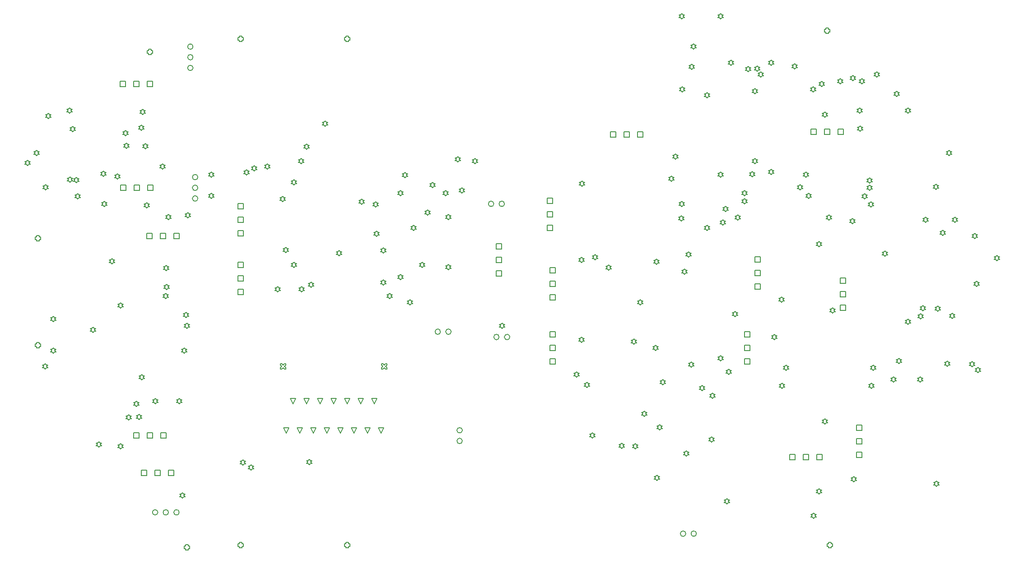
<source format=gbr>
G04*
G04 #@! TF.GenerationSoftware,Altium Limited,Altium Designer,23.9.2 (47)*
G04*
G04 Layer_Color=2752767*
%FSLAX44Y44*%
%MOMM*%
G71*
G04*
G04 #@! TF.SameCoordinates,DC7A7723-1311-43B5-9009-1713E082842B*
G04*
G04*
G04 #@! TF.FilePolarity,Positive*
G04*
G01*
G75*
%ADD74C,0.1693*%
%ADD75C,0.1270*%
D74*
X-424920Y136000D02*
G03*
X-424920Y136000I-5080J0D01*
G01*
X-404920D02*
G03*
X-404920Y136000I-5080J0D01*
G01*
X-384920D02*
G03*
X-384920Y136000I-5080J0D01*
G01*
X-349920Y765000D02*
G03*
X-349920Y765000I-5080J0D01*
G01*
Y745000D02*
G03*
X-349920Y745000I-5080J0D01*
G01*
Y725000D02*
G03*
X-349920Y725000I-5080J0D01*
G01*
X146080Y270000D02*
G03*
X146080Y270000I-5080J0D01*
G01*
Y290000D02*
G03*
X146080Y290000I-5080J0D01*
G01*
X205080Y715000D02*
G03*
X205080Y715000I-5080J0D01*
G01*
X225080D02*
G03*
X225080Y715000I-5080J0D01*
G01*
X215080Y465000D02*
G03*
X215080Y465000I-5080J0D01*
G01*
X235080D02*
G03*
X235080Y465000I-5080J0D01*
G01*
X125080Y475000D02*
G03*
X125080Y475000I-5080J0D01*
G01*
X105080D02*
G03*
X105080Y475000I-5080J0D01*
G01*
X565080Y96000D02*
G03*
X565080Y96000I-5080J0D01*
G01*
X585080D02*
G03*
X585080Y96000I-5080J0D01*
G01*
X-358920Y970000D02*
G03*
X-358920Y970000I-5080J0D01*
G01*
Y990000D02*
G03*
X-358920Y990000I-5080J0D01*
G01*
Y1010000D02*
G03*
X-358920Y1010000I-5080J0D01*
G01*
D75*
X-195080Y404920D02*
X-192540D01*
X-190000Y407460D01*
X-187460Y404920D01*
X-184920D01*
Y407460D01*
X-187460Y410000D01*
X-184920Y412540D01*
Y415080D01*
X-187460D01*
X-190000Y412540D01*
X-192540Y415080D01*
X-195080D01*
Y412540D01*
X-192540Y410000D01*
X-195080Y407460D01*
Y404920D01*
X-5080D02*
X-2540D01*
X0Y407460D01*
X2540Y404920D01*
X5080D01*
Y407460D01*
X2540Y410000D01*
X5080Y412540D01*
Y415080D01*
X2540D01*
X0Y412540D01*
X-2540Y415080D01*
X-5080D01*
Y412540D01*
X-2540Y410000D01*
X-5080Y407460D01*
Y404920D01*
X-652540Y647460D02*
Y644920D01*
X-647460D01*
Y647460D01*
X-644920D01*
Y652540D01*
X-647460D01*
Y655080D01*
X-652540D01*
Y652540D01*
X-655080D01*
Y647460D01*
X-652540D01*
Y447460D02*
Y444920D01*
X-647460D01*
Y447460D01*
X-644920D01*
Y452540D01*
X-647460D01*
Y455080D01*
X-652540D01*
Y452540D01*
X-655080D01*
Y447460D01*
X-652540D01*
X-72540Y1022460D02*
Y1019920D01*
X-67460D01*
Y1022460D01*
X-64920D01*
Y1027540D01*
X-67460D01*
Y1030080D01*
X-72540D01*
Y1027540D01*
X-75080D01*
Y1022460D01*
X-72540D01*
X-272540D02*
Y1019920D01*
X-267460D01*
Y1022460D01*
X-264920D01*
Y1027540D01*
X-267460D01*
Y1030080D01*
X-272540D01*
Y1027540D01*
X-275080D01*
Y1022460D01*
X-272540D01*
X-72540Y72460D02*
Y69920D01*
X-67460D01*
Y72460D01*
X-64920D01*
Y77540D01*
X-67460D01*
Y80080D01*
X-72540D01*
Y77540D01*
X-75080D01*
Y72460D01*
X-72540D01*
X-272540D02*
Y69920D01*
X-267460D01*
Y72460D01*
X-264920D01*
Y77540D01*
X-267460D01*
Y80080D01*
X-272540D01*
Y77540D01*
X-275080D01*
Y72460D01*
X-272540D01*
X827460Y1037460D02*
Y1034920D01*
X832540D01*
Y1037460D01*
X835080D01*
Y1042540D01*
X832540D01*
Y1045080D01*
X827460D01*
Y1042540D01*
X824920D01*
Y1037460D01*
X827460D01*
X832460Y72460D02*
Y69920D01*
X837540D01*
Y72460D01*
X840080D01*
Y77540D01*
X837540D01*
Y80080D01*
X832460D01*
Y77540D01*
X829920D01*
Y72460D01*
X832460D01*
X-372540Y67460D02*
Y64920D01*
X-367460D01*
Y67460D01*
X-364920D01*
Y72540D01*
X-367460D01*
Y75080D01*
X-372540D01*
Y72540D01*
X-375080D01*
Y67460D01*
X-372540D01*
X-442540Y997460D02*
Y994920D01*
X-437460D01*
Y997460D01*
X-434920D01*
Y1002540D01*
X-437460D01*
Y1005080D01*
X-442540D01*
Y1002540D01*
X-445080D01*
Y997460D01*
X-442540D01*
X-419680Y274920D02*
Y285080D01*
X-409520D01*
Y274920D01*
X-419680D01*
X-445080D02*
Y285080D01*
X-434920D01*
Y274920D01*
X-445080D01*
X-470480D02*
Y285080D01*
X-460320D01*
Y274920D01*
X-470480D01*
X854920Y565320D02*
Y575480D01*
X865080D01*
Y565320D01*
X854920D01*
Y539920D02*
Y550080D01*
X865080D01*
Y539920D01*
X854920D01*
Y514520D02*
Y524680D01*
X865080D01*
Y514520D01*
X854920D01*
X694920Y554520D02*
Y564680D01*
X705080D01*
Y554520D01*
X694920D01*
Y579920D02*
Y590080D01*
X705080D01*
Y579920D01*
X694920D01*
Y605320D02*
Y615480D01*
X705080D01*
Y605320D01*
X694920D01*
X424120Y839920D02*
Y850080D01*
X434280D01*
Y839920D01*
X424120D01*
X449520D02*
Y850080D01*
X459680D01*
Y839920D01*
X449520D01*
X474920D02*
Y850080D01*
X485080D01*
Y839920D01*
X474920D01*
X309920Y464920D02*
Y475080D01*
X320080D01*
Y464920D01*
X309920D01*
Y439520D02*
Y449680D01*
X320080D01*
Y439520D01*
X309920D01*
Y414120D02*
Y424280D01*
X320080D01*
Y414120D01*
X309920D01*
X209920Y579120D02*
Y589280D01*
X220080D01*
Y579120D01*
X209920D01*
Y604520D02*
Y614680D01*
X220080D01*
Y604520D01*
X209920D01*
Y629920D02*
Y640080D01*
X220080D01*
Y629920D01*
X209920D01*
X309920Y534520D02*
Y544680D01*
X320080D01*
Y534520D01*
X309920D01*
Y559920D02*
Y570080D01*
X320080D01*
Y559920D01*
X309920D01*
Y585320D02*
Y595480D01*
X320080D01*
Y585320D01*
X309920D01*
X304920Y664520D02*
Y674680D01*
X315080D01*
Y664520D01*
X304920D01*
Y689920D02*
Y700080D01*
X315080D01*
Y689920D01*
X304920D01*
Y715320D02*
Y725480D01*
X315080D01*
Y715320D01*
X304920D01*
X-495480Y934920D02*
Y945080D01*
X-485320D01*
Y934920D01*
X-495480D01*
X-470080D02*
Y945080D01*
X-459920D01*
Y934920D01*
X-470080D01*
X-444680D02*
Y945080D01*
X-434520D01*
Y934920D01*
X-444680D01*
X-18800Y339920D02*
X-23880Y350080D01*
X-13720D01*
X-18800Y339920D01*
X-44200D02*
X-49280Y350080D01*
X-39120D01*
X-44200Y339920D01*
X-69600D02*
X-74680Y350080D01*
X-64520D01*
X-69600Y339920D01*
X-95000D02*
X-100080Y350080D01*
X-89920D01*
X-95000Y339920D01*
X-120400D02*
X-125480Y350080D01*
X-115320D01*
X-120400Y339920D01*
X-145800D02*
X-150880Y350080D01*
X-140720D01*
X-145800Y339920D01*
X-171200D02*
X-176280Y350080D01*
X-166120D01*
X-171200Y339920D01*
X-6100Y284620D02*
X-11180Y294780D01*
X-1020D01*
X-6100Y284620D01*
X-31500D02*
X-36580Y294780D01*
X-26420D01*
X-31500Y284620D01*
X-56900D02*
X-61980Y294780D01*
X-51820D01*
X-56900Y284620D01*
X-82300D02*
X-87380Y294780D01*
X-77220D01*
X-82300Y284620D01*
X-107700D02*
X-112780Y294780D01*
X-102620D01*
X-107700Y284620D01*
X-133100D02*
X-138180Y294780D01*
X-128020D01*
X-133100Y284620D01*
X-158500D02*
X-163580Y294780D01*
X-153420D01*
X-158500Y284620D01*
X-183900D02*
X-188980Y294780D01*
X-178820D01*
X-183900Y284620D01*
X884920Y239120D02*
Y249280D01*
X895080D01*
Y239120D01*
X884920D01*
Y264520D02*
Y274680D01*
X895080D01*
Y264520D01*
X884920D01*
Y289920D02*
Y300080D01*
X895080D01*
Y289920D01*
X884920D01*
X810320Y234920D02*
Y245080D01*
X820480D01*
Y234920D01*
X810320D01*
X784920D02*
Y245080D01*
X795080D01*
Y234920D01*
X784920D01*
X759520D02*
Y245080D01*
X769680D01*
Y234920D01*
X759520D01*
X674920Y465320D02*
Y475480D01*
X685080D01*
Y465320D01*
X674920D01*
Y439920D02*
Y450080D01*
X685080D01*
Y439920D01*
X674920D01*
Y414520D02*
Y424680D01*
X685080D01*
Y414520D01*
X674920D01*
X850320Y844920D02*
Y855080D01*
X860480D01*
Y844920D01*
X850320D01*
X824920D02*
Y855080D01*
X835080D01*
Y844920D01*
X824920D01*
X799520D02*
Y855080D01*
X809680D01*
Y844920D01*
X799520D01*
X-275080Y594920D02*
Y605080D01*
X-264920D01*
Y594920D01*
X-275080D01*
Y569520D02*
Y579680D01*
X-264920D01*
Y569520D01*
X-275080D01*
Y544120D02*
Y554280D01*
X-264920D01*
Y544120D01*
X-275080D01*
Y654520D02*
Y664680D01*
X-264920D01*
Y654520D01*
X-275080D01*
Y679920D02*
Y690080D01*
X-264920D01*
Y679920D01*
X-275080D01*
Y705320D02*
Y715480D01*
X-264920D01*
Y705320D01*
X-275080D01*
X-445480Y649920D02*
Y660080D01*
X-435320D01*
Y649920D01*
X-445480D01*
X-420080D02*
Y660080D01*
X-409920D01*
Y649920D01*
X-420080D01*
X-394680D02*
Y660080D01*
X-384520D01*
Y649920D01*
X-394680D01*
X-455880Y204920D02*
Y215080D01*
X-445720D01*
Y204920D01*
X-455880D01*
X-430480D02*
Y215080D01*
X-420320D01*
Y204920D01*
X-430480D01*
X-405080D02*
Y215080D01*
X-394920D01*
Y204920D01*
X-405080D01*
X-444280Y739920D02*
Y750080D01*
X-434120D01*
Y739920D01*
X-444280D01*
X-469680D02*
Y750080D01*
X-459520D01*
Y739920D01*
X-469680D01*
X-495080D02*
Y750080D01*
X-484920D01*
Y739920D01*
X-495080D01*
X878698Y946222D02*
X881238Y948762D01*
X883778D01*
X881238Y951302D01*
X883778Y953842D01*
X881238D01*
X878698Y956382D01*
X876158Y953842D01*
X873618D01*
X876158Y951302D01*
X873618Y948762D01*
X876158D01*
X878698Y946222D01*
X895000Y939920D02*
X897540Y942460D01*
X900080D01*
X897540Y945000D01*
X900080Y947540D01*
X897540D01*
X895000Y950080D01*
X892460Y947540D01*
X889920D01*
X892460Y945000D01*
X889920Y942460D01*
X892460D01*
X895000Y939920D01*
X855000D02*
X857540Y942460D01*
X860080D01*
X857540Y945000D01*
X860080Y947540D01*
X857540D01*
X855000Y950080D01*
X852460Y947540D01*
X849920D01*
X852460Y945000D01*
X849920Y942460D01*
X852460D01*
X855000Y939920D01*
X55000Y664920D02*
X57540Y667460D01*
X60080D01*
X57540Y670000D01*
X60080Y672540D01*
X57540D01*
X55000Y675080D01*
X52460Y672540D01*
X49920D01*
X52460Y670000D01*
X49920Y667460D01*
X52460D01*
X55000Y664920D01*
X81041Y693879D02*
X83581Y696419D01*
X86121D01*
X83581Y698959D01*
X86121Y701499D01*
X83581D01*
X81041Y704039D01*
X78501Y701499D01*
X75961D01*
X78501Y698959D01*
X75961Y696419D01*
X78501D01*
X81041Y693879D01*
X965000Y414920D02*
X967540Y417460D01*
X970080D01*
X967540Y420000D01*
X970080Y422540D01*
X967540D01*
X965000Y425080D01*
X962460Y422540D01*
X959920D01*
X962460Y420000D01*
X959920Y417460D01*
X962460D01*
X965000Y414920D01*
X955000Y379920D02*
X957540Y382460D01*
X960080D01*
X957540Y385000D01*
X960080Y387540D01*
X957540D01*
X955000Y390080D01*
X952460Y387540D01*
X949920D01*
X952460Y385000D01*
X949920Y382460D01*
X952460D01*
X955000Y379920D01*
X910000Y753618D02*
X912540Y756158D01*
X915080D01*
X912540Y758698D01*
X915080Y761238D01*
X912540D01*
X910000Y763778D01*
X907460Y761238D01*
X904920D01*
X907460Y758698D01*
X904920Y756158D01*
X907460D01*
X910000Y753618D01*
Y739920D02*
X912540Y742460D01*
X915080D01*
X912540Y745000D01*
X915080Y747540D01*
X912540D01*
X910000Y750080D01*
X907460Y747540D01*
X904920D01*
X907460Y745000D01*
X904920Y742460D01*
X907460D01*
X910000Y739920D01*
X900661Y724379D02*
X903201Y726919D01*
X905741D01*
X903201Y729459D01*
X905741Y731999D01*
X903201D01*
X900661Y734539D01*
X898121Y731999D01*
X895581D01*
X898121Y729459D01*
X895581Y726919D01*
X898121D01*
X900661Y724379D01*
X790000Y764920D02*
X792540Y767460D01*
X795080D01*
X792540Y770000D01*
X795080Y772540D01*
X792540D01*
X790000Y775080D01*
X787460Y772540D01*
X784920D01*
X787460Y770000D01*
X784920Y767460D01*
X787460D01*
X790000Y764920D01*
X795176Y724744D02*
X797716Y727284D01*
X800256D01*
X797716Y729824D01*
X800256Y732364D01*
X797716D01*
X795176Y734904D01*
X792636Y732364D01*
X790096D01*
X792636Y729824D01*
X790096Y727284D01*
X792636D01*
X795176Y724744D01*
X779277Y740643D02*
X781817Y743183D01*
X784357D01*
X781817Y745723D01*
X784357Y748263D01*
X781817D01*
X779277Y750803D01*
X776737Y748263D01*
X774197D01*
X776737Y745723D01*
X774197Y743183D01*
X776737D01*
X779277Y740643D01*
X725000Y769920D02*
X727540Y772460D01*
X730080D01*
X727540Y775000D01*
X730080Y777540D01*
X727540D01*
X725000Y780080D01*
X722460Y777540D01*
X719920D01*
X722460Y775000D01*
X719920Y772460D01*
X722460D01*
X725000Y769920D01*
X689661Y765694D02*
X692202Y768234D01*
X694742D01*
X692202Y770774D01*
X694742Y773314D01*
X692202D01*
X689661Y775854D01*
X687122Y773314D01*
X684582D01*
X687122Y770774D01*
X684582Y768234D01*
X687122D01*
X689661Y765694D01*
X445136Y256178D02*
X447676Y258718D01*
X450216D01*
X447676Y261258D01*
X450216Y263798D01*
X447676D01*
X445136Y266338D01*
X442596Y263798D01*
X440056D01*
X442596Y261258D01*
X440056Y258718D01*
X442596D01*
X445136Y256178D01*
X470000Y254920D02*
X472540Y257460D01*
X475080D01*
X472540Y260000D01*
X475080Y262540D01*
X472540D01*
X470000Y265080D01*
X467460Y262540D01*
X464920D01*
X467460Y260000D01*
X464920Y257460D01*
X467460D01*
X470000Y254920D01*
X1110543Y559377D02*
X1113083Y561917D01*
X1115623D01*
X1113083Y564457D01*
X1115623Y566997D01*
X1113083D01*
X1110543Y569537D01*
X1108003Y566997D01*
X1105463D01*
X1108003Y564457D01*
X1105463Y561917D01*
X1108003D01*
X1110543Y559377D01*
X1070000Y679920D02*
X1072540Y682460D01*
X1075080D01*
X1072540Y685000D01*
X1075080Y687540D01*
X1072540D01*
X1070000Y690080D01*
X1067460Y687540D01*
X1064920D01*
X1067460Y685000D01*
X1064920Y682460D01*
X1067460D01*
X1070000Y679920D01*
X145000Y734920D02*
X147540Y737460D01*
X150080D01*
X147540Y740000D01*
X150080Y742540D01*
X147540D01*
X145000Y745080D01*
X142460Y742540D01*
X139920D01*
X142460Y740000D01*
X139920Y737460D01*
X142460D01*
X145000Y734920D01*
X90000Y744920D02*
X92540Y747460D01*
X95080D01*
X92540Y750000D01*
X95080Y752540D01*
X92540D01*
X90000Y755080D01*
X87460Y752540D01*
X84920D01*
X87460Y750000D01*
X84920Y747460D01*
X87460D01*
X90000Y744920D01*
X115000Y729920D02*
X117540Y732460D01*
X120080D01*
X117540Y735000D01*
X120080Y737540D01*
X117540D01*
X115000Y740080D01*
X112460Y737540D01*
X109920D01*
X112460Y735000D01*
X109920Y732460D01*
X112460D01*
X115000Y729920D01*
X70324Y595004D02*
X72864Y597544D01*
X75404D01*
X72864Y600084D01*
X75404Y602624D01*
X72864D01*
X70324Y605164D01*
X67784Y602624D01*
X65244D01*
X67784Y600084D01*
X65244Y597544D01*
X67784D01*
X70324Y595004D01*
X804301Y924491D02*
X806841Y927031D01*
X809381D01*
X806841Y929571D01*
X809381Y932111D01*
X806841D01*
X804301Y934651D01*
X801761Y932111D01*
X799221D01*
X801761Y929571D01*
X799221Y927031D01*
X801761D01*
X804301Y924491D01*
X769357Y968127D02*
X771897Y970667D01*
X774437D01*
X771897Y973207D01*
X774437Y975747D01*
X771897D01*
X769357Y978287D01*
X766817Y975747D01*
X764277D01*
X766817Y973207D01*
X764277Y970667D01*
X766817D01*
X769357Y968127D01*
X725000Y974920D02*
X727540Y977460D01*
X730080D01*
X727540Y980000D01*
X730080Y982540D01*
X727540D01*
X725000Y985080D01*
X722460Y982540D01*
X719920D01*
X722460Y980000D01*
X719920Y977460D01*
X722460D01*
X725000Y974920D01*
X698829Y963749D02*
X701369Y966289D01*
X703909D01*
X701369Y968829D01*
X703909Y971369D01*
X701369D01*
X698829Y973909D01*
X696289Y971369D01*
X693749D01*
X696289Y968829D01*
X693749Y966289D01*
X696289D01*
X698829Y963749D01*
X681793Y962617D02*
X684333Y965156D01*
X686873D01*
X684333Y967697D01*
X686873Y970237D01*
X684333D01*
X681793Y972776D01*
X679253Y970237D01*
X676713D01*
X679253Y967697D01*
X676713Y965156D01*
X679253D01*
X681793Y962617D01*
X630000Y419920D02*
X632540Y422460D01*
X635080D01*
X632540Y425000D01*
X635080Y427540D01*
X632540D01*
X630000Y430080D01*
X627460Y427540D01*
X624920D01*
X627460Y425000D01*
X624920Y422460D01*
X627460D01*
X630000Y419920D01*
X615000Y349920D02*
X617540Y352460D01*
X620080D01*
X617540Y355000D01*
X620080Y357540D01*
X617540D01*
X615000Y360080D01*
X612460Y357540D01*
X609920D01*
X612460Y355000D01*
X609920Y352460D01*
X612460D01*
X615000Y349920D01*
X521764Y374920D02*
X524304Y377460D01*
X526844D01*
X524304Y380000D01*
X526844Y382540D01*
X524304D01*
X521764Y385080D01*
X519224Y382540D01*
X516684D01*
X519224Y380000D01*
X516684Y377460D01*
X519224D01*
X521764Y374920D01*
X595606Y364058D02*
X598146Y366598D01*
X600686D01*
X598146Y369138D01*
X600686Y371678D01*
X598146D01*
X595606Y374218D01*
X593066Y371678D01*
X590526D01*
X593066Y369138D01*
X590526Y366598D01*
X593066D01*
X595606Y364058D01*
X360000Y389920D02*
X362540Y392460D01*
X365080D01*
X362540Y395000D01*
X365080Y397540D01*
X362540D01*
X360000Y400080D01*
X357460Y397540D01*
X354920D01*
X357460Y395000D01*
X354920Y392460D01*
X357460D01*
X360000Y389920D01*
X370000Y454920D02*
X372540Y457460D01*
X375080D01*
X372540Y460000D01*
X375080Y462540D01*
X372540D01*
X370000Y465080D01*
X367460Y462540D01*
X364920D01*
X367460Y460000D01*
X364920Y457460D01*
X367460D01*
X370000Y454920D01*
X-155000Y549920D02*
X-152460Y552460D01*
X-149920D01*
X-152460Y555000D01*
X-149920Y557540D01*
X-152460D01*
X-155000Y560080D01*
X-157540Y557540D01*
X-160080D01*
X-157540Y555000D01*
X-160080Y552460D01*
X-157540D01*
X-155000Y549920D01*
X-137793Y558127D02*
X-135253Y560667D01*
X-132713D01*
X-135253Y563207D01*
X-132713Y565747D01*
X-135253D01*
X-137793Y568287D01*
X-140333Y565747D01*
X-142873D01*
X-140333Y563207D01*
X-142873Y560667D01*
X-140333D01*
X-137793Y558127D01*
X-200000Y549920D02*
X-197460Y552460D01*
X-194920D01*
X-197460Y555000D01*
X-194920Y557540D01*
X-197460D01*
X-200000Y560080D01*
X-202540Y557540D01*
X-205080D01*
X-202540Y555000D01*
X-205080Y552460D01*
X-202540D01*
X-200000Y549920D01*
X380000Y369920D02*
X382540Y372460D01*
X385080D01*
X382540Y375000D01*
X385080Y377540D01*
X382540D01*
X380000Y380080D01*
X377460Y377540D01*
X374920D01*
X377460Y375000D01*
X374920Y372460D01*
X377460D01*
X380000Y369920D01*
X390000Y274920D02*
X392540Y277460D01*
X395080D01*
X392540Y280000D01*
X395080Y282540D01*
X392540D01*
X390000Y285080D01*
X387460Y282540D01*
X384920D01*
X387460Y280000D01*
X384920Y277460D01*
X387460D01*
X390000Y274920D01*
X815000Y169920D02*
X817540Y172460D01*
X820080D01*
X817540Y175000D01*
X820080Y177540D01*
X817540D01*
X815000Y180080D01*
X812460Y177540D01*
X809920D01*
X812460Y175000D01*
X809920Y172460D01*
X812460D01*
X815000Y169920D01*
X805000Y124920D02*
X807540Y127460D01*
X810080D01*
X807540Y130000D01*
X810080Y132540D01*
X807540D01*
X805000Y135080D01*
X802460Y132540D01*
X799920D01*
X802460Y130000D01*
X799920Y127460D01*
X802460D01*
X805000Y124920D01*
X1055000Y409920D02*
X1057540Y412460D01*
X1060080D01*
X1057540Y415000D01*
X1060080Y417540D01*
X1057540D01*
X1055000Y420080D01*
X1052460Y417540D01*
X1049920D01*
X1052460Y415000D01*
X1049920Y412460D01*
X1052460D01*
X1055000Y409920D01*
X1005000Y379920D02*
X1007540Y382460D01*
X1010080D01*
X1007540Y385000D01*
X1010080Y387540D01*
X1007540D01*
X1005000Y390080D01*
X1002460Y387540D01*
X999920D01*
X1002460Y385000D01*
X999920Y382460D01*
X1002460D01*
X1005000Y379920D01*
X-405000Y684920D02*
X-402460Y687460D01*
X-399920D01*
X-402460Y690000D01*
X-399920Y692540D01*
X-402460D01*
X-405000Y695080D01*
X-407540Y692540D01*
X-410080D01*
X-407540Y690000D01*
X-410080Y687460D01*
X-407540D01*
X-405000Y684920D01*
X-368741Y688637D02*
X-366201Y691177D01*
X-363661D01*
X-366201Y693717D01*
X-363661Y696257D01*
X-366201D01*
X-368741Y698797D01*
X-371281Y696257D01*
X-373821D01*
X-371281Y693717D01*
X-373821Y691177D01*
X-371281D01*
X-368741Y688637D01*
X-220000Y779920D02*
X-217460Y782460D01*
X-214920D01*
X-217460Y785000D01*
X-214920Y787540D01*
X-217460D01*
X-220000Y790080D01*
X-222540Y787540D01*
X-225080D01*
X-222540Y785000D01*
X-225080Y782460D01*
X-222540D01*
X-220000Y779920D01*
X-170000Y749920D02*
X-167460Y752460D01*
X-164920D01*
X-167460Y755000D01*
X-164920Y757540D01*
X-167460D01*
X-170000Y760080D01*
X-172540Y757540D01*
X-175080D01*
X-172540Y755000D01*
X-175080Y752460D01*
X-172540D01*
X-170000Y749920D01*
X558433Y924920D02*
X560973Y927460D01*
X563513D01*
X560973Y930000D01*
X563513Y932540D01*
X560973D01*
X558433Y935080D01*
X555893Y932540D01*
X553353D01*
X555893Y930000D01*
X553353Y927460D01*
X555893D01*
X558433Y924920D01*
X580000Y1004920D02*
X582540Y1007460D01*
X585080D01*
X582540Y1010000D01*
X585080Y1012540D01*
X582540D01*
X580000Y1015080D01*
X577460Y1012540D01*
X574920D01*
X577460Y1010000D01*
X574920Y1007460D01*
X577460D01*
X580000Y1004920D01*
X576304Y966977D02*
X578844Y969517D01*
X581384D01*
X578844Y972057D01*
X581384Y974597D01*
X578844D01*
X576304Y977137D01*
X573764Y974597D01*
X571224D01*
X573764Y972057D01*
X571224Y969517D01*
X573764D01*
X576304Y966977D01*
X650000Y974920D02*
X652540Y977460D01*
X655080D01*
X652540Y980000D01*
X655080Y982540D01*
X652540D01*
X650000Y985080D01*
X647460Y982540D01*
X644920D01*
X647460Y980000D01*
X644920Y977460D01*
X647460D01*
X650000Y974920D01*
X820000Y934920D02*
X822540Y937460D01*
X825080D01*
X822540Y940000D01*
X825080Y942540D01*
X822540D01*
X820000Y945080D01*
X817460Y942540D01*
X814920D01*
X817460Y940000D01*
X814920Y937460D01*
X817460D01*
X820000Y934920D01*
X-16544Y708796D02*
X-14004Y711336D01*
X-11464D01*
X-14004Y713876D01*
X-11464Y716416D01*
X-14004D01*
X-16544Y718956D01*
X-19084Y716416D01*
X-21624D01*
X-19084Y713876D01*
X-21624Y711336D01*
X-19084D01*
X-16544Y708796D01*
X30000Y729920D02*
X32540Y732460D01*
X35080D01*
X32540Y735000D01*
X35080Y737540D01*
X32540D01*
X30000Y740080D01*
X27460Y737540D01*
X24920D01*
X27460Y735000D01*
X24920Y732460D01*
X27460D01*
X30000Y729920D01*
X120000Y684920D02*
X122540Y687460D01*
X125080D01*
X122540Y690000D01*
X125080Y692540D01*
X122540D01*
X120000Y695080D01*
X117460Y692540D01*
X114920D01*
X117460Y690000D01*
X114920Y687460D01*
X117460D01*
X120000Y684920D01*
X170000Y789920D02*
X172540Y792460D01*
X175080D01*
X172540Y795000D01*
X175080Y797540D01*
X172540D01*
X170000Y800080D01*
X167460Y797540D01*
X164920D01*
X167460Y795000D01*
X164920Y792460D01*
X167460D01*
X170000Y789920D01*
X137649Y793419D02*
X140189Y795959D01*
X142729D01*
X140189Y798499D01*
X142729Y801039D01*
X140189D01*
X137649Y803579D01*
X135109Y801039D01*
X132569D01*
X135109Y798499D01*
X132569Y795959D01*
X135109D01*
X137649Y793419D01*
X675000Y714920D02*
X677540Y717460D01*
X680080D01*
X677540Y720000D01*
X680080Y722540D01*
X677540D01*
X675000Y725080D01*
X672460Y722540D01*
X669920D01*
X672460Y720000D01*
X669920Y717460D01*
X672460D01*
X675000Y714920D01*
X640000Y699920D02*
X642540Y702460D01*
X645080D01*
X642540Y705000D01*
X645080Y707540D01*
X642540D01*
X640000Y710080D01*
X637460Y707540D01*
X634920D01*
X637460Y705000D01*
X634920Y702460D01*
X637460D01*
X640000Y699920D01*
X635000Y674920D02*
X637540Y677460D01*
X640080D01*
X637540Y680000D01*
X640080Y682540D01*
X637540D01*
X635000Y685080D01*
X632460Y682540D01*
X629920D01*
X632460Y680000D01*
X629920Y677460D01*
X632460D01*
X635000Y674920D01*
X695000Y789920D02*
X697540Y792460D01*
X700080D01*
X697540Y795000D01*
X700080Y797540D01*
X697540D01*
X695000Y800080D01*
X692460Y797540D01*
X689920D01*
X692460Y795000D01*
X689920Y792460D01*
X692460D01*
X695000Y789920D01*
X605000Y664920D02*
X607540Y667460D01*
X610080D01*
X607540Y670000D01*
X610080Y672540D01*
X607540D01*
X605000Y675080D01*
X602460Y672540D01*
X599920D01*
X602460Y670000D01*
X599920Y667460D01*
X602460D01*
X605000Y664920D01*
X662696Y683904D02*
X665236Y686444D01*
X667776D01*
X665236Y688984D01*
X667776Y691524D01*
X665236D01*
X662696Y694064D01*
X660156Y691524D01*
X657616D01*
X660156Y688984D01*
X657616Y686444D01*
X660156D01*
X662696Y683904D01*
X570000Y614920D02*
X572540Y617460D01*
X575080D01*
X572540Y620000D01*
X575080Y622540D01*
X572540D01*
X570000Y625080D01*
X567460Y622540D01*
X564920D01*
X567460Y620000D01*
X564920Y617460D01*
X567460D01*
X570000Y614920D01*
X420000Y589920D02*
X422540Y592460D01*
X425080D01*
X422540Y595000D01*
X425080Y597540D01*
X422540D01*
X420000Y600080D01*
X417460Y597540D01*
X414920D01*
X417460Y595000D01*
X414920Y592460D01*
X417460D01*
X420000Y589920D01*
X370000Y604920D02*
X372540Y607460D01*
X375080D01*
X372540Y610000D01*
X375080Y612540D01*
X372540D01*
X370000Y615080D01*
X367460Y612540D01*
X364920D01*
X367460Y610000D01*
X364920Y607460D01*
X367460D01*
X370000Y604920D01*
X395000Y609920D02*
X397540Y612460D01*
X400080D01*
X397540Y615000D01*
X400080Y617540D01*
X397540D01*
X395000Y620080D01*
X392460Y617540D01*
X389920D01*
X392460Y615000D01*
X389920Y612460D01*
X392460D01*
X395000Y609920D01*
X-385000Y339920D02*
X-382460Y342460D01*
X-379920D01*
X-382460Y345000D01*
X-379920Y347540D01*
X-382460D01*
X-385000Y350080D01*
X-387540Y347540D01*
X-390080D01*
X-387540Y345000D01*
X-390080Y342460D01*
X-387540D01*
X-385000Y339920D01*
X-430000D02*
X-427460Y342460D01*
X-424920D01*
X-427460Y345000D01*
X-424920Y347540D01*
X-427460D01*
X-430000Y350080D01*
X-432540Y347540D01*
X-435080D01*
X-432540Y345000D01*
X-435080Y342460D01*
X-432540D01*
X-430000Y339920D01*
X-370620Y480704D02*
X-368080Y483244D01*
X-365540D01*
X-368080Y485784D01*
X-365540Y488324D01*
X-368080D01*
X-370620Y490864D01*
X-373160Y488324D01*
X-375700D01*
X-373160Y485784D01*
X-375700Y483244D01*
X-373160D01*
X-370620Y480704D01*
X-375700Y434222D02*
X-373160Y436762D01*
X-370620D01*
X-373160Y439302D01*
X-370620Y441842D01*
X-373160D01*
X-375700Y444382D01*
X-378240Y441842D01*
X-380780D01*
X-378240Y439302D01*
X-380780Y436762D01*
X-378240D01*
X-375700Y434222D01*
X1065000Y499920D02*
X1067540Y502460D01*
X1070080D01*
X1067540Y505000D01*
X1070080Y507540D01*
X1067540D01*
X1065000Y510080D01*
X1062460Y507540D01*
X1059920D01*
X1062460Y505000D01*
X1059920Y502460D01*
X1062460D01*
X1065000Y499920D01*
X1037556Y513618D02*
X1040096Y516158D01*
X1042636D01*
X1040096Y518698D01*
X1042636Y521238D01*
X1040096D01*
X1037556Y523778D01*
X1035016Y521238D01*
X1032476D01*
X1035016Y518698D01*
X1032476Y516158D01*
X1035016D01*
X1037556Y513618D01*
X630000Y764920D02*
X632540Y767460D01*
X635080D01*
X632540Y770000D01*
X635080Y772540D01*
X632540D01*
X630000Y775080D01*
X627460Y772540D01*
X624920D01*
X627460Y770000D01*
X624920Y767460D01*
X627460D01*
X630000Y764920D01*
X557750Y709481D02*
X560290Y712021D01*
X562830D01*
X560290Y714561D01*
X562830Y717101D01*
X560290D01*
X557750Y719641D01*
X555210Y717101D01*
X552670D01*
X555210Y714561D01*
X552670Y712021D01*
X555210D01*
X557750Y709481D01*
X912334Y708618D02*
X914874Y711158D01*
X917414D01*
X914874Y713698D01*
X917414Y716238D01*
X914874D01*
X912334Y718778D01*
X909794Y716238D01*
X907254D01*
X909794Y713698D01*
X907254Y711158D01*
X909794D01*
X912334Y708618D01*
X-325000Y764920D02*
X-322460Y767460D01*
X-319920D01*
X-322460Y770000D01*
X-319920Y772540D01*
X-322460D01*
X-325000Y775080D01*
X-327540Y772540D01*
X-330080D01*
X-327540Y770000D01*
X-330080Y767460D01*
X-327540D01*
X-325000Y764920D01*
Y724920D02*
X-322460Y727460D01*
X-319920D01*
X-322460Y730000D01*
X-319920Y732540D01*
X-322460D01*
X-325000Y735080D01*
X-327540Y732540D01*
X-330080D01*
X-327540Y730000D01*
X-330080Y727460D01*
X-327540D01*
X-325000Y724920D01*
X-446058Y707272D02*
X-443518Y709812D01*
X-440978D01*
X-443518Y712352D01*
X-440978Y714892D01*
X-443518D01*
X-446058Y717432D01*
X-448598Y714892D01*
X-451138D01*
X-448598Y712352D01*
X-451138Y709812D01*
X-448598D01*
X-446058Y707272D01*
X-621302Y493452D02*
X-618762Y495992D01*
X-616222D01*
X-618762Y498532D01*
X-616222Y501072D01*
X-618762D01*
X-621302Y503612D01*
X-623842Y501072D01*
X-626382D01*
X-623842Y498532D01*
X-626382Y495992D01*
X-623842D01*
X-621302Y493452D01*
Y434222D02*
X-618762Y436762D01*
X-616222D01*
X-618762Y439302D01*
X-616222Y441842D01*
X-618762D01*
X-621302Y444382D01*
X-623842Y441842D01*
X-626382D01*
X-623842Y439302D01*
X-626382Y436762D01*
X-623842D01*
X-621302Y434222D01*
X-636302Y404920D02*
X-633762Y407460D01*
X-631222D01*
X-633762Y410000D01*
X-631222Y412540D01*
X-633762D01*
X-636302Y415080D01*
X-638842Y412540D01*
X-641382D01*
X-638842Y410000D01*
X-641382Y407460D01*
X-638842D01*
X-636302Y404920D01*
X-652560Y805062D02*
X-650020Y807602D01*
X-647480D01*
X-650020Y810142D01*
X-647480Y812682D01*
X-650020D01*
X-652560Y815222D01*
X-655100Y812682D01*
X-657640D01*
X-655100Y810142D01*
X-657640Y807602D01*
X-655100D01*
X-652560Y805062D01*
X1035000Y184920D02*
X1037540Y187460D01*
X1040080D01*
X1037540Y190000D01*
X1040080Y192540D01*
X1037540D01*
X1035000Y195080D01*
X1032460Y192540D01*
X1029920D01*
X1032460Y190000D01*
X1029920Y187460D01*
X1032460D01*
X1035000Y184920D01*
X880330Y193127D02*
X882870Y195667D01*
X885410D01*
X882870Y198207D01*
X885410Y200747D01*
X882870D01*
X880330Y203287D01*
X877790Y200747D01*
X875250D01*
X877790Y198207D01*
X875250Y195667D01*
X877790D01*
X880330Y193127D01*
X-250000Y214920D02*
X-247460Y217460D01*
X-244920D01*
X-247460Y220000D01*
X-244920Y222540D01*
X-247460D01*
X-250000Y225080D01*
X-252540Y222540D01*
X-255080D01*
X-252540Y220000D01*
X-255080Y217460D01*
X-252540D01*
X-250000Y214920D01*
X-265803Y224117D02*
X-263263Y226657D01*
X-260723D01*
X-263263Y229197D01*
X-260723Y231737D01*
X-263263D01*
X-265803Y234277D01*
X-268343Y231737D01*
X-270883D01*
X-268343Y229197D01*
X-270883Y226657D01*
X-268343D01*
X-265803Y224117D01*
X-140793Y225756D02*
X-138253Y228296D01*
X-135713D01*
X-138253Y230836D01*
X-135713Y233376D01*
X-138253D01*
X-140793Y235916D01*
X-143333Y233376D01*
X-145873D01*
X-143333Y230836D01*
X-145873Y228296D01*
X-143333D01*
X-140793Y225756D01*
X1015000Y679920D02*
X1017540Y682460D01*
X1020080D01*
X1017540Y685000D01*
X1020080Y687540D01*
X1017540D01*
X1015000Y690080D01*
X1012460Y687540D01*
X1009920D01*
X1012460Y685000D01*
X1009920Y682460D01*
X1012460D01*
X1015000Y679920D01*
X938736Y616848D02*
X941276Y619388D01*
X943816D01*
X941276Y621928D01*
X943816Y624468D01*
X941276D01*
X938736Y627008D01*
X936196Y624468D01*
X933656D01*
X936196Y621928D01*
X933656Y619388D01*
X936196D01*
X938736Y616848D01*
X1034254Y741713D02*
X1036794Y744253D01*
X1039334D01*
X1036794Y746793D01*
X1039334Y749333D01*
X1036794D01*
X1034254Y751873D01*
X1031714Y749333D01*
X1029174D01*
X1031714Y746793D01*
X1029174Y744253D01*
X1031714D01*
X1034254Y741713D01*
X960300Y916227D02*
X962840Y918767D01*
X965380D01*
X962840Y921307D01*
X965380Y923847D01*
X962840D01*
X960300Y926387D01*
X957760Y923847D01*
X955220D01*
X957760Y921307D01*
X955220Y918767D01*
X957760D01*
X960300Y916227D01*
X-1812Y622690D02*
X728Y625230D01*
X3268D01*
X728Y627770D01*
X3268Y630310D01*
X728D01*
X-1812Y632850D01*
X-4352Y630310D01*
X-6892D01*
X-4352Y627770D01*
X-6892Y625230D01*
X-4352D01*
X-1812Y622690D01*
X30500Y572144D02*
X33040Y574684D01*
X35580D01*
X33040Y577224D01*
X35580Y579764D01*
X33040D01*
X30500Y582304D01*
X27960Y579764D01*
X25420D01*
X27960Y577224D01*
X25420Y574684D01*
X27960D01*
X30500Y572144D01*
X-15000Y654107D02*
X-12460Y656647D01*
X-9920D01*
X-12460Y659187D01*
X-9920Y661727D01*
X-12460D01*
X-15000Y664267D01*
X-17540Y661727D01*
X-20080D01*
X-17540Y659187D01*
X-20080Y656647D01*
X-17540D01*
X-15000Y654107D01*
X-408974Y589670D02*
X-406434Y592210D01*
X-403894D01*
X-406434Y594750D01*
X-403894Y597290D01*
X-406434D01*
X-408974Y599830D01*
X-411514Y597290D01*
X-414054D01*
X-411514Y594750D01*
X-414054Y592210D01*
X-411514D01*
X-408974Y589670D01*
X-408523Y553856D02*
X-405983Y556396D01*
X-403443D01*
X-405983Y558936D01*
X-403443Y561476D01*
X-405983D01*
X-408523Y564016D01*
X-411063Y561476D01*
X-413603D01*
X-411063Y558936D01*
X-413603Y556396D01*
X-411063D01*
X-408523Y553856D01*
X-410178Y536714D02*
X-407638Y539254D01*
X-405098D01*
X-407638Y541794D01*
X-405098Y544334D01*
X-407638D01*
X-410178Y546874D01*
X-412718Y544334D01*
X-415258D01*
X-412718Y541794D01*
X-415258Y539254D01*
X-412718D01*
X-410178Y536714D01*
X9364Y536713D02*
X11904Y539253D01*
X14444D01*
X11904Y541793D01*
X14444Y544333D01*
X11904D01*
X9364Y546873D01*
X6824Y544333D01*
X4284D01*
X6824Y541793D01*
X4284Y539253D01*
X6824D01*
X9364Y536713D01*
X-585000Y849920D02*
X-582460Y852460D01*
X-579920D01*
X-582460Y855000D01*
X-579920Y857540D01*
X-582460D01*
X-585000Y860080D01*
X-587540Y857540D01*
X-590080D01*
X-587540Y855000D01*
X-590080Y852460D01*
X-587540D01*
X-585000Y849920D01*
X-590653Y884633D02*
X-588113Y887173D01*
X-585573D01*
X-588113Y889713D01*
X-585573Y892253D01*
X-588113D01*
X-590653Y894793D01*
X-593193Y892253D01*
X-595733D01*
X-593193Y889713D01*
X-595733Y887173D01*
X-593193D01*
X-590653Y884633D01*
X538207Y756788D02*
X540747Y759328D01*
X543287D01*
X540747Y761868D01*
X543287Y764408D01*
X540747D01*
X538207Y766948D01*
X535667Y764408D01*
X533127D01*
X535667Y761868D01*
X533127Y759328D01*
X535667D01*
X538207Y756788D01*
X566259Y241563D02*
X568799Y244103D01*
X571339D01*
X568799Y246643D01*
X571339Y249183D01*
X568799D01*
X566259Y251723D01*
X563719Y249183D01*
X561179D01*
X563719Y246643D01*
X561179Y244103D01*
X563719D01*
X566259Y241563D01*
X613833Y267598D02*
X616373Y270138D01*
X618913D01*
X616373Y272678D01*
X618913Y275218D01*
X616373D01*
X613833Y277758D01*
X611293Y275218D01*
X608753D01*
X611293Y272678D01*
X608753Y270138D01*
X611293D01*
X613833Y267598D01*
X516293Y290320D02*
X518833Y292860D01*
X521373D01*
X518833Y295400D01*
X521373Y297940D01*
X518833D01*
X516293Y300480D01*
X513753Y297940D01*
X511213D01*
X513753Y295400D01*
X511213Y292860D01*
X513753D01*
X516293Y290320D01*
X-170000Y595236D02*
X-167460Y597776D01*
X-164920D01*
X-167460Y600316D01*
X-164920Y602856D01*
X-167460D01*
X-170000Y605396D01*
X-172540Y602856D01*
X-175080D01*
X-172540Y600316D01*
X-175080Y597776D01*
X-172540D01*
X-170000Y595236D01*
X-184946Y623452D02*
X-182406Y625992D01*
X-179866D01*
X-182406Y628532D01*
X-179866Y631072D01*
X-182406D01*
X-184946Y633612D01*
X-187486Y631072D01*
X-190026D01*
X-187486Y628532D01*
X-190026Y625992D01*
X-187486D01*
X-184946Y623452D01*
X-85000Y617127D02*
X-82460Y619667D01*
X-79920D01*
X-82460Y622207D01*
X-79920Y624747D01*
X-82460D01*
X-85000Y627287D01*
X-87540Y624747D01*
X-90080D01*
X-87540Y622207D01*
X-90080Y619667D01*
X-87540D01*
X-85000Y617127D01*
X-2221Y561984D02*
X319Y564524D01*
X2859D01*
X319Y567064D01*
X2859Y569604D01*
X319D01*
X-2221Y572144D01*
X-4761Y569604D01*
X-7301D01*
X-4761Y567064D01*
X-7301Y564524D01*
X-4761D01*
X-2221Y561984D01*
X-479197Y309117D02*
X-476657Y311657D01*
X-474117D01*
X-476657Y314197D01*
X-474117Y316737D01*
X-476657D01*
X-479197Y319277D01*
X-481737Y316737D01*
X-484277D01*
X-481737Y314197D01*
X-484277Y311657D01*
X-481737D01*
X-479197Y309117D01*
X-465000Y334920D02*
X-462460Y337460D01*
X-459920D01*
X-462460Y340000D01*
X-459920Y342540D01*
X-462460D01*
X-465000Y345080D01*
X-467540Y342540D01*
X-470080D01*
X-467540Y340000D01*
X-470080Y337460D01*
X-467540D01*
X-465000Y334920D01*
X-495184Y254920D02*
X-492644Y257460D01*
X-490104D01*
X-492644Y260000D01*
X-490104Y262540D01*
X-492644D01*
X-495184Y265080D01*
X-497724Y262540D01*
X-500264D01*
X-497724Y260000D01*
X-500264Y257460D01*
X-497724D01*
X-495184Y254920D01*
X-460000Y309920D02*
X-457460Y312460D01*
X-454920D01*
X-457460Y315000D01*
X-454920Y317540D01*
X-457460D01*
X-460000Y320080D01*
X-462540Y317540D01*
X-465080D01*
X-462540Y315000D01*
X-465080Y312460D01*
X-462540D01*
X-460000Y309920D01*
X-455000Y384920D02*
X-452460Y387460D01*
X-449920D01*
X-452460Y390000D01*
X-449920Y392540D01*
X-452460D01*
X-455000Y395080D01*
X-457540Y392540D01*
X-460080D01*
X-457540Y390000D01*
X-460080Y387460D01*
X-457540D01*
X-455000Y384920D01*
X-535500Y258454D02*
X-532960Y260994D01*
X-530420D01*
X-532960Y263534D01*
X-530420Y266074D01*
X-532960D01*
X-535500Y268614D01*
X-538040Y266074D01*
X-540580D01*
X-538040Y263534D01*
X-540580Y260994D01*
X-538040D01*
X-535500Y258454D01*
X-546302Y473338D02*
X-543762Y475878D01*
X-541222D01*
X-543762Y478418D01*
X-541222Y480958D01*
X-543762D01*
X-546302Y483498D01*
X-548842Y480958D01*
X-551382D01*
X-548842Y478418D01*
X-551382Y475878D01*
X-548842D01*
X-546302Y473338D01*
X-630000Y874920D02*
X-627460Y877460D01*
X-624920D01*
X-627460Y880000D01*
X-624920Y882540D01*
X-627460D01*
X-630000Y885080D01*
X-632540Y882540D01*
X-635080D01*
X-632540Y880000D01*
X-635080Y877460D01*
X-632540D01*
X-630000Y874920D01*
X-483650Y819032D02*
X-481110Y821572D01*
X-478570D01*
X-481110Y824112D01*
X-478570Y826652D01*
X-481110D01*
X-483650Y829192D01*
X-486190Y826652D01*
X-488730D01*
X-486190Y824112D01*
X-488730Y821572D01*
X-486190D01*
X-483650Y819032D01*
X48226Y524900D02*
X50766Y527440D01*
X53306D01*
X50766Y529980D01*
X53306Y532520D01*
X50766D01*
X48226Y535060D01*
X45686Y532520D01*
X43146D01*
X45686Y529980D01*
X43146Y527440D01*
X45686D01*
X48226Y524900D01*
X220184Y480704D02*
X222724Y483244D01*
X225264D01*
X222724Y485784D01*
X225264Y488324D01*
X222724D01*
X220184Y490864D01*
X217644Y488324D01*
X215104D01*
X217644Y485784D01*
X215104Y483244D01*
X217644D01*
X220184Y480704D01*
X923510Y952890D02*
X926050Y955430D01*
X928590D01*
X926050Y957970D01*
X928590Y960510D01*
X926050D01*
X923510Y963050D01*
X920970Y960510D01*
X918430D01*
X920970Y957970D01*
X918430Y955430D01*
X920970D01*
X923510Y952890D01*
X480026Y524900D02*
X482566Y527440D01*
X485106D01*
X482566Y529980D01*
X485106Y532520D01*
X482566D01*
X480026Y535060D01*
X477486Y532520D01*
X474946D01*
X477486Y529980D01*
X474946Y527440D01*
X477486D01*
X480026Y524900D01*
X642078Y151266D02*
X644618Y153806D01*
X647158D01*
X644618Y156346D01*
X647158Y158886D01*
X644618D01*
X642078Y161426D01*
X639538Y158886D01*
X636998D01*
X639538Y156346D01*
X636998Y153806D01*
X639538D01*
X642078Y151266D01*
X674844Y730132D02*
X677384Y732672D01*
X679924D01*
X677384Y735212D01*
X679924Y737752D01*
X677384D01*
X674844Y740292D01*
X672304Y737752D01*
X669764D01*
X672304Y735212D01*
X669764Y732672D01*
X672304D01*
X674844Y730132D01*
X1005500Y499194D02*
X1008040Y501734D01*
X1010580D01*
X1008040Y504274D01*
X1010580Y506814D01*
X1008040D01*
X1005500Y509354D01*
X1002960Y506814D01*
X1000420D01*
X1002960Y504274D01*
X1000420Y501734D01*
X1002960D01*
X1005500Y499194D01*
X892014Y850782D02*
X894554Y853322D01*
X897094D01*
X894554Y855862D01*
X897094Y858402D01*
X894554D01*
X892014Y860942D01*
X889474Y858402D01*
X886934D01*
X889474Y855862D01*
X886934Y853322D01*
X889474D01*
X892014Y850782D01*
X1046700Y655710D02*
X1049240Y658250D01*
X1051780D01*
X1049240Y660790D01*
X1051780Y663330D01*
X1049240D01*
X1046700Y665870D01*
X1044160Y663330D01*
X1041620D01*
X1044160Y660790D01*
X1041620Y658250D01*
X1044160D01*
X1046700Y655710D01*
X1102199Y408695D02*
X1104739Y411235D01*
X1107279D01*
X1104739Y413775D01*
X1107279Y416315D01*
X1104739D01*
X1102199Y418855D01*
X1099659Y416315D01*
X1097119D01*
X1099659Y413775D01*
X1097119Y411235D01*
X1099659D01*
X1102199Y408695D01*
X510500Y600846D02*
X513040Y603386D01*
X515580D01*
X513040Y605926D01*
X515580Y608466D01*
X513040D01*
X510500Y611006D01*
X507960Y608466D01*
X505420D01*
X507960Y605926D01*
X505420Y603386D01*
X507960D01*
X510500Y600846D01*
X370500Y747912D02*
X373040Y750452D01*
X375580D01*
X373040Y752992D01*
X375580Y755532D01*
X373040D01*
X370500Y758072D01*
X367960Y755532D01*
X365420D01*
X367960Y752992D01*
X365420Y750452D01*
X367960D01*
X370500Y747912D01*
X1058892Y805062D02*
X1061432Y807602D01*
X1063972D01*
X1061432Y810142D01*
X1063972Y812682D01*
X1061432D01*
X1058892Y815222D01*
X1056352Y812682D01*
X1053812D01*
X1056352Y810142D01*
X1053812Y807602D01*
X1056352D01*
X1058892Y805062D01*
X825720Y877348D02*
X828260Y879888D01*
X830800D01*
X828260Y882428D01*
X830800Y884968D01*
X828260D01*
X825720Y887508D01*
X823180Y884968D01*
X820640D01*
X823180Y882428D01*
X820640Y879888D01*
X823180D01*
X825720Y877348D01*
X814798Y634120D02*
X817338Y636660D01*
X819878D01*
X817338Y639200D01*
X819878Y641740D01*
X817338D01*
X814798Y644280D01*
X812258Y641740D01*
X809718D01*
X812258Y639200D01*
X809718Y636660D01*
X812258D01*
X814798Y634120D01*
X-42960Y713876D02*
X-40420Y716416D01*
X-37880D01*
X-40420Y718956D01*
X-37880Y721496D01*
X-40420D01*
X-42960Y724036D01*
X-45500Y721496D01*
X-48040D01*
X-45500Y718956D01*
X-48040Y716416D01*
X-45500D01*
X-42960Y713876D01*
X-190500Y718956D02*
X-187960Y721496D01*
X-185420D01*
X-187960Y724036D01*
X-185420Y726576D01*
X-187960D01*
X-190500Y729116D01*
X-193040Y726576D01*
X-195580D01*
X-193040Y724036D01*
X-195580Y721496D01*
X-193040D01*
X-190500Y718956D01*
X-258606Y768740D02*
X-256066Y771280D01*
X-253526D01*
X-256066Y773820D01*
X-253526Y776360D01*
X-256066D01*
X-258606Y778900D01*
X-261146Y776360D01*
X-263686D01*
X-261146Y773820D01*
X-263686Y771280D01*
X-261146D01*
X-258606Y768740D01*
X-243874Y776106D02*
X-241334Y778646D01*
X-238794D01*
X-241334Y781186D01*
X-238794Y783726D01*
X-241334D01*
X-243874Y786266D01*
X-246414Y783726D01*
X-248954D01*
X-246414Y781186D01*
X-248954Y778646D01*
X-246414D01*
X-243874Y776106D01*
X-111032Y859926D02*
X-108492Y862466D01*
X-105952D01*
X-108492Y865006D01*
X-105952Y867546D01*
X-108492D01*
X-111032Y870086D01*
X-113572Y867546D01*
X-116112D01*
X-113572Y865006D01*
X-116112Y862466D01*
X-113572D01*
X-111032Y859926D01*
X562830Y582812D02*
X565370Y585352D01*
X567910D01*
X565370Y587892D01*
X567910Y590432D01*
X565370D01*
X562830Y592972D01*
X560290Y590432D01*
X557750D01*
X560290Y587892D01*
X557750Y585352D01*
X560290D01*
X562830Y582812D01*
X556480Y682888D02*
X559020Y685428D01*
X561560D01*
X559020Y687968D01*
X561560Y690508D01*
X559020D01*
X556480Y693048D01*
X553940Y690508D01*
X551400D01*
X553940Y687968D01*
X551400Y685428D01*
X553940D01*
X556480Y682888D01*
X-416340Y779662D02*
X-413800Y782202D01*
X-411260D01*
X-413800Y784742D01*
X-411260Y787282D01*
X-413800D01*
X-416340Y789822D01*
X-418880Y787282D01*
X-421420D01*
X-418880Y784742D01*
X-421420Y782202D01*
X-418880D01*
X-416340Y779662D01*
X-578138Y754262D02*
X-575598Y756802D01*
X-573058D01*
X-575598Y759342D01*
X-573058Y761882D01*
X-575598D01*
X-578138Y764422D01*
X-580678Y761882D01*
X-583218D01*
X-580678Y759342D01*
X-583218Y756802D01*
X-580678D01*
X-578138Y754262D01*
X-448598Y818270D02*
X-446058Y820810D01*
X-443518D01*
X-446058Y823350D01*
X-443518Y825890D01*
X-446058D01*
X-448598Y828430D01*
X-451138Y825890D01*
X-453678D01*
X-451138Y823350D01*
X-453678Y820810D01*
X-451138D01*
X-448598Y818270D01*
X-669451Y786901D02*
X-666911Y789441D01*
X-664371D01*
X-666911Y791981D01*
X-664371Y794521D01*
X-666911D01*
X-669451Y797061D01*
X-671991Y794521D01*
X-674531D01*
X-671991Y791981D01*
X-674531Y789441D01*
X-671991D01*
X-669451Y786901D01*
X-575090Y723782D02*
X-572550Y726322D01*
X-570010D01*
X-572550Y728862D01*
X-570010Y731402D01*
X-572550D01*
X-575090Y733942D01*
X-577630Y731402D01*
X-580170D01*
X-577630Y728862D01*
X-580170Y726322D01*
X-577630D01*
X-575090Y723782D01*
X-378494Y162426D02*
X-375954Y164966D01*
X-373414D01*
X-375954Y167506D01*
X-373414Y170046D01*
X-375954D01*
X-378494Y172586D01*
X-381034Y170046D01*
X-383574D01*
X-381034Y167506D01*
X-383574Y164966D01*
X-381034D01*
X-378494Y162426D01*
X-453538Y882278D02*
X-450998Y884818D01*
X-448458D01*
X-450998Y887358D01*
X-448458Y889898D01*
X-450998D01*
X-453538Y892438D01*
X-456078Y889898D01*
X-458618D01*
X-456078Y887358D01*
X-458618Y884818D01*
X-456078D01*
X-453538Y882278D01*
X-485555Y842781D02*
X-483015Y845321D01*
X-480475D01*
X-483015Y847861D01*
X-480475Y850401D01*
X-483015D01*
X-485555Y852941D01*
X-488095Y850401D01*
X-490635D01*
X-488095Y847861D01*
X-490635Y845321D01*
X-488095D01*
X-485555Y842781D01*
X-511082Y602370D02*
X-508542Y604910D01*
X-506002D01*
X-508542Y607450D01*
X-506002Y609990D01*
X-508542D01*
X-511082Y612530D01*
X-513622Y609990D01*
X-516162D01*
X-513622Y607450D01*
X-516162Y604910D01*
X-513622D01*
X-511082Y602370D01*
X-371900Y501278D02*
X-369360Y503818D01*
X-366820D01*
X-369360Y506358D01*
X-366820Y508898D01*
X-369360D01*
X-371900Y511438D01*
X-374440Y508898D01*
X-376980D01*
X-374440Y506358D01*
X-376980Y503818D01*
X-374440D01*
X-371900Y501278D01*
X694910Y920886D02*
X697450Y923426D01*
X699990D01*
X697450Y925966D01*
X699990Y928506D01*
X697450D01*
X694910Y931046D01*
X692370Y928506D01*
X689830D01*
X692370Y925966D01*
X689830Y923426D01*
X692370D01*
X694910Y920886D01*
X605000Y913266D02*
X607540Y915806D01*
X610080D01*
X607540Y918346D01*
X610080Y920886D01*
X607540D01*
X605000Y923426D01*
X602460Y920886D01*
X599920D01*
X602460Y918346D01*
X599920Y915806D01*
X602460D01*
X605000Y913266D01*
X981464Y884818D02*
X984004Y887358D01*
X986544D01*
X984004Y889898D01*
X986544Y892438D01*
X984004D01*
X981464Y894978D01*
X978924Y892438D01*
X976384D01*
X978924Y889898D01*
X976384Y887358D01*
X978924D01*
X981464Y884818D01*
X891506D02*
X894046Y887358D01*
X896586D01*
X894046Y889898D01*
X896586Y892438D01*
X894046D01*
X891506Y894978D01*
X888966Y892438D01*
X886426D01*
X888966Y889898D01*
X886426Y887358D01*
X888966D01*
X891506Y884818D01*
X1009362Y513724D02*
X1011902Y516264D01*
X1014442D01*
X1011902Y518804D01*
X1014442Y521344D01*
X1011902D01*
X1009362Y523884D01*
X1006822Y521344D01*
X1004282D01*
X1006822Y518804D01*
X1004282Y516264D01*
X1006822D01*
X1009362Y513724D01*
X730724Y460130D02*
X733264Y462670D01*
X735804D01*
X733264Y465210D01*
X735804Y467750D01*
X733264D01*
X730724Y470290D01*
X728184Y467750D01*
X725644D01*
X728184Y465210D01*
X725644Y462670D01*
X728184D01*
X730724Y460130D01*
X981930Y488324D02*
X984470Y490864D01*
X987010D01*
X984470Y493404D01*
X987010Y495944D01*
X984470D01*
X981930Y498484D01*
X979390Y495944D01*
X976850D01*
X979390Y493404D01*
X976850Y490864D01*
X979390D01*
X981930Y488324D01*
X575000Y408292D02*
X577540Y410832D01*
X580080D01*
X577540Y413372D01*
X580080Y415912D01*
X577540D01*
X575000Y418452D01*
X572460Y415912D01*
X569920D01*
X572460Y413372D01*
X569920Y410832D01*
X572460D01*
X575000Y408292D01*
X825974Y301380D02*
X828514Y303920D01*
X831054D01*
X828514Y306460D01*
X831054Y309000D01*
X828514D01*
X825974Y311540D01*
X823434Y309000D01*
X820894D01*
X823434Y306460D01*
X820894Y303920D01*
X823434D01*
X825974Y301380D01*
X-635000Y740800D02*
X-632460Y743340D01*
X-629920D01*
X-632460Y745880D01*
X-629920Y748420D01*
X-632460D01*
X-635000Y750960D01*
X-637540Y748420D01*
X-640080D01*
X-637540Y745880D01*
X-640080Y743340D01*
X-637540D01*
X-635000Y740800D01*
X-525000Y710014D02*
X-522460Y712554D01*
X-519920D01*
X-522460Y715094D01*
X-519920Y717634D01*
X-522460D01*
X-525000Y720174D01*
X-527540Y717634D01*
X-530080D01*
X-527540Y715094D01*
X-530080Y712554D01*
X-527540D01*
X-525000Y710014D01*
X1112994Y397900D02*
X1115534Y400440D01*
X1118074D01*
X1115534Y402980D01*
X1118074Y405520D01*
X1115534D01*
X1112994Y408060D01*
X1110454Y405520D01*
X1107914D01*
X1110454Y402980D01*
X1107914Y400440D01*
X1110454D01*
X1112994Y397900D01*
X877790Y677046D02*
X880330Y679586D01*
X882870D01*
X880330Y682126D01*
X882870Y684666D01*
X880330D01*
X877790Y687206D01*
X875250Y684666D01*
X872710D01*
X875250Y682126D01*
X872710Y679586D01*
X875250D01*
X877790Y677046D01*
X840706Y509914D02*
X843246Y512454D01*
X845786D01*
X843246Y514994D01*
X845786Y517534D01*
X843246D01*
X840706Y520074D01*
X838166Y517534D01*
X835626D01*
X838166Y514994D01*
X835626Y512454D01*
X838166D01*
X840706Y509914D01*
X38320Y763660D02*
X40860Y766200D01*
X43400D01*
X40860Y768740D01*
X43400Y771280D01*
X40860D01*
X38320Y773820D01*
X35780Y771280D01*
X33240D01*
X35780Y768740D01*
X33240Y766200D01*
X35780D01*
X38320Y763660D01*
X-146000Y817254D02*
X-143460Y819794D01*
X-140920D01*
X-143460Y822334D01*
X-140920Y824874D01*
X-143460D01*
X-146000Y827414D01*
X-148540Y824874D01*
X-151080D01*
X-148540Y822334D01*
X-151080Y819794D01*
X-148540D01*
X-146000Y817254D01*
X-156244Y789822D02*
X-153704Y792362D01*
X-151164D01*
X-153704Y794902D01*
X-151164Y797442D01*
X-153704D01*
X-156244Y799982D01*
X-158784Y797442D01*
X-161324D01*
X-158784Y794902D01*
X-161324Y792362D01*
X-158784D01*
X-156244Y789822D01*
X486884Y315604D02*
X489424Y318144D01*
X491964D01*
X489424Y320684D01*
X491964Y323224D01*
X489424D01*
X486884Y325764D01*
X484344Y323224D01*
X481804D01*
X484344Y320684D01*
X481804Y318144D01*
X484344D01*
X486884Y315604D01*
X1148300Y608212D02*
X1150840Y610752D01*
X1153380D01*
X1150840Y613292D01*
X1153380Y615832D01*
X1150840D01*
X1148300Y618372D01*
X1145760Y615832D01*
X1143220D01*
X1145760Y613292D01*
X1143220Y610752D01*
X1145760D01*
X1148300Y608212D01*
X1106644Y649868D02*
X1109184Y652408D01*
X1111724D01*
X1109184Y654948D01*
X1111724Y657488D01*
X1109184D01*
X1106644Y660028D01*
X1104104Y657488D01*
X1101564D01*
X1104104Y654948D01*
X1101564Y652408D01*
X1104104D01*
X1106644Y649868D01*
X833848Y683904D02*
X836388Y686444D01*
X838928D01*
X836388Y688984D01*
X838928Y691524D01*
X836388D01*
X833848Y694064D01*
X831308Y691524D01*
X828768D01*
X831308Y688984D01*
X828768Y686444D01*
X831308D01*
X833848Y683904D01*
X557242Y1061602D02*
X559782Y1064142D01*
X562322D01*
X559782Y1066682D01*
X562322Y1069222D01*
X559782D01*
X557242Y1071762D01*
X554702Y1069222D01*
X552162D01*
X554702Y1066682D01*
X552162Y1064142D01*
X554702D01*
X557242Y1061602D01*
X630140D02*
X632680Y1064142D01*
X635220D01*
X632680Y1066682D01*
X635220Y1069222D01*
X632680D01*
X630140Y1071762D01*
X627600Y1069222D01*
X625060D01*
X627600Y1066682D01*
X625060Y1064142D01*
X627600D01*
X630140Y1061602D01*
X705324Y952890D02*
X707864Y955430D01*
X710404D01*
X707864Y957970D01*
X710404Y960510D01*
X707864D01*
X705324Y963050D01*
X702784Y960510D01*
X700244D01*
X702784Y957970D01*
X700244Y955430D01*
X702784D01*
X705324Y952890D01*
X645500Y394852D02*
X648040Y397392D01*
X650580D01*
X648040Y399932D01*
X650580Y402472D01*
X648040D01*
X645500Y405012D01*
X642960Y402472D01*
X640420D01*
X642960Y399932D01*
X640420Y397392D01*
X642960D01*
X645500Y394852D01*
X752822Y401964D02*
X755362Y404504D01*
X757902D01*
X755362Y407044D01*
X757902Y409584D01*
X755362D01*
X752822Y412124D01*
X750282Y409584D01*
X747742D01*
X750282Y407044D01*
X747742Y404504D01*
X750282D01*
X752822Y401964D01*
X916906D02*
X919446Y404504D01*
X921986D01*
X919446Y407044D01*
X921986Y409584D01*
X919446D01*
X916906Y412124D01*
X914366Y409584D01*
X911826D01*
X914366Y407044D01*
X911826Y404504D01*
X914366D01*
X916906Y401964D01*
X913350Y368182D02*
X915890Y370722D01*
X918430D01*
X915890Y373262D01*
X918430Y375802D01*
X915890D01*
X913350Y378342D01*
X910810Y375802D01*
X908270D01*
X910810Y373262D01*
X908270Y370722D01*
X910810D01*
X913350Y368182D01*
X745500D02*
X748040Y370722D01*
X750580D01*
X748040Y373262D01*
X750580Y375802D01*
X748040D01*
X745500Y378342D01*
X742960Y375802D01*
X740420D01*
X742960Y373262D01*
X740420Y370722D01*
X742960D01*
X745500Y368182D01*
X508474Y439920D02*
X511014Y442460D01*
X513554D01*
X511014Y445000D01*
X513554Y447540D01*
X511014D01*
X508474Y450080D01*
X505934Y447540D01*
X503394D01*
X505934Y445000D01*
X503394Y442460D01*
X505934D01*
X508474Y439920D01*
X467580Y450986D02*
X470120Y453526D01*
X472660D01*
X470120Y456066D01*
X472660Y458606D01*
X470120D01*
X467580Y461146D01*
X465040Y458606D01*
X462500D01*
X465040Y456066D01*
X462500Y453526D01*
X465040D01*
X467580Y450986D01*
X657064Y503056D02*
X659604Y505596D01*
X662144D01*
X659604Y508136D01*
X662144Y510676D01*
X659604D01*
X657064Y513216D01*
X654524Y510676D01*
X651984D01*
X654524Y508136D01*
X651984Y505596D01*
X654524D01*
X657064Y503056D01*
X545304Y798204D02*
X547844Y800744D01*
X550384D01*
X547844Y803284D01*
X550384Y805824D01*
X547844D01*
X545304Y808364D01*
X542764Y805824D01*
X540224D01*
X542764Y803284D01*
X540224Y800744D01*
X542764D01*
X545304Y798204D01*
X120108Y590940D02*
X122648Y593480D01*
X125188D01*
X122648Y596020D01*
X125188Y598560D01*
X122648D01*
X120108Y601100D01*
X117568Y598560D01*
X115028D01*
X117568Y596020D01*
X115028Y593480D01*
X117568D01*
X120108Y590940D01*
X-494826Y519312D02*
X-492286Y521852D01*
X-489746D01*
X-492286Y524392D01*
X-489746Y526932D01*
X-492286D01*
X-494826Y529472D01*
X-497366Y526932D01*
X-499906D01*
X-497366Y524392D01*
X-499906Y521852D01*
X-497366D01*
X-494826Y519312D01*
X511268Y195970D02*
X513808Y198510D01*
X516348D01*
X513808Y201050D01*
X516348Y203590D01*
X513808D01*
X511268Y206130D01*
X508728Y203590D01*
X506188D01*
X508728Y201050D01*
X506188Y198510D01*
X508728D01*
X511268Y195970D01*
X744660Y529980D02*
X747200Y532520D01*
X749740D01*
X747200Y535060D01*
X749740Y537600D01*
X747200D01*
X744660Y540140D01*
X742120Y537600D01*
X739580D01*
X742120Y535060D01*
X739580Y532520D01*
X742120D01*
X744660Y529980D01*
X-500922Y761374D02*
X-498382Y763914D01*
X-495842D01*
X-498382Y766454D01*
X-495842Y768994D01*
X-498382D01*
X-500922Y771534D01*
X-503462Y768994D01*
X-506002D01*
X-503462Y766454D01*
X-506002Y763914D01*
X-503462D01*
X-500922Y761374D01*
X-456218Y852306D02*
X-453678Y854846D01*
X-451138D01*
X-453678Y857386D01*
X-451138Y859926D01*
X-453678D01*
X-456218Y862466D01*
X-458758Y859926D01*
X-461298D01*
X-458758Y857386D01*
X-461298Y854846D01*
X-458758D01*
X-456218Y852306D01*
X-590000Y755456D02*
X-587460Y757996D01*
X-584920D01*
X-587460Y760536D01*
X-584920Y763076D01*
X-587460D01*
X-590000Y765616D01*
X-592540Y763076D01*
X-595080D01*
X-592540Y760536D01*
X-595080Y757996D01*
X-592540D01*
X-590000Y755456D01*
X-527338Y766454D02*
X-524798Y768994D01*
X-522258D01*
X-524798Y771534D01*
X-522258Y774074D01*
X-524798D01*
X-527338Y776614D01*
X-529878Y774074D01*
X-532418D01*
X-529878Y771534D01*
X-532418Y768994D01*
X-529878D01*
X-527338Y766454D01*
M02*

</source>
